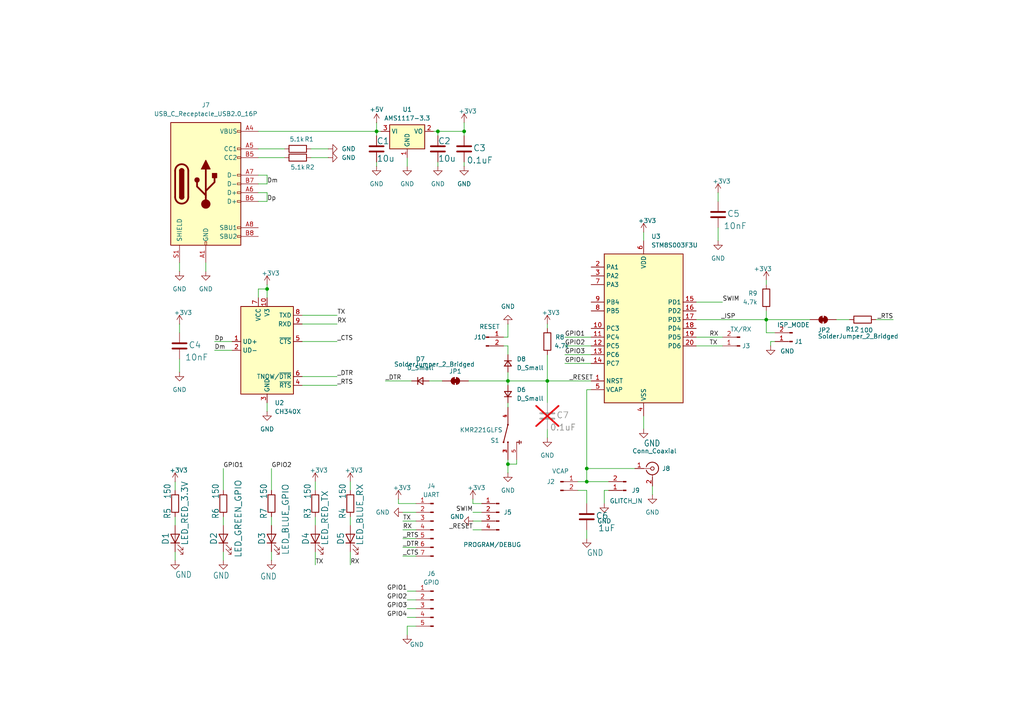
<source format=kicad_sch>
(kicad_sch (version 20231120) (generator "eeschema") (generator_version "8.0")
  (paper "A4")
  (title_block (title "STM8S Target Board v1") (date "2025-02-21") (rev "v1.0") (company "Faulty Hardware") (comment 1 "Matthias Kesenheimer"))
  (lib_symbols
    (symbol "Connector:Conn_01x02_Pin" (pin_names (offset 1.016) hide)
      (property "Reference" "J" (at 0 2.54 0))
      (property "Value" "Conn_01x02_Pin" (at 0 -5.08 0))
      (symbol "Conn_01x02_Pin_1_1"
        (polyline (pts (xy 1.27 -2.54) (xy 0.8636 -2.54)) (stroke (width 0.1524)))
        (polyline (pts (xy 1.27 0) (xy 0.8636 0)) (stroke (width 0.1524)))
        (rectangle (start 0.8636 -2.413) (end 0 -2.667) (stroke (width 0.1524)) (fill (type outline)))
        (rectangle (start 0.8636 0.127) (end 0 -0.127) (stroke (width 0.1524)) (fill (type outline)))
        (pin passive line (at 5.08 0 180) (length 3.81) (name "Pin_1") (number "1"))
        (pin passive line (at 5.08 -2.54 180) (length 3.81) (name "Pin_2") (number "2"))
      )
    )
    (symbol "Connector:Conn_01x04_Pin" (pin_names (offset 1.016) hide)
      (property "Reference" "J" (at 0 5.08 0))
      (property "Value" "Conn_01x04_Pin" (at 0 -7.62 0))
      (symbol "Conn_01x04_Pin_1_1"
        (polyline (pts (xy 1.27 -5.08) (xy 0.8636 -5.08)) (stroke (width 0.1524)))
        (polyline (pts (xy 1.27 -2.54) (xy 0.8636 -2.54)) (stroke (width 0.1524)))
        (polyline (pts (xy 1.27 0) (xy 0.8636 0)) (stroke (width 0.1524)))
        (polyline (pts (xy 1.27 2.54) (xy 0.8636 2.54)) (stroke (width 0.1524)))
        (rectangle (start 0.8636 -4.953) (end 0 -5.207) (stroke (width 0.1524)) (fill (type outline)))
        (rectangle (start 0.8636 -2.413) (end 0 -2.667) (stroke (width 0.1524)) (fill (type outline)))
        (rectangle (start 0.8636 0.127) (end 0 -0.127) (stroke (width 0.1524)) (fill (type outline)))
        (rectangle (start 0.8636 2.667) (end 0 2.413) (stroke (width 0.1524)) (fill (type outline)))
        (pin passive line (at 5.08 2.54 180) (length 3.81) (name "Pin_1") (number "1"))
        (pin passive line (at 5.08 0 180) (length 3.81) (name "Pin_2") (number "2"))
        (pin passive line (at 5.08 -2.54 180) (length 3.81) (name "Pin_3") (number "3"))
        (pin passive line (at 5.08 -5.08 180) (length 3.81) (name "Pin_4") (number "4"))
      )
    )
    (symbol "Connector:Conn_01x05_Pin" (pin_names (offset 1.016) hide)
      (property "Reference" "J" (at 0 7.62 0))
      (property "Value" "Conn_01x05_Pin" (at 0 -7.62 0))
      (symbol "Conn_01x05_Pin_1_1"
        (polyline (pts (xy 1.27 -5.08) (xy 0.8636 -5.08)) (stroke (width 0.1524)))
        (polyline (pts (xy 1.27 -2.54) (xy 0.8636 -2.54)) (stroke (width 0.1524)))
        (polyline (pts (xy 1.27 0) (xy 0.8636 0)) (stroke (width 0.1524)))
        (polyline (pts (xy 1.27 2.54) (xy 0.8636 2.54)) (stroke (width 0.1524)))
        (polyline (pts (xy 1.27 5.08) (xy 0.8636 5.08)) (stroke (width 0.1524)))
        (rectangle (start 0.8636 -4.953) (end 0 -5.207) (stroke (width 0.1524)) (fill (type outline)))
        (rectangle (start 0.8636 -2.413) (end 0 -2.667) (stroke (width 0.1524)) (fill (type outline)))
        (rectangle (start 0.8636 0.127) (end 0 -0.127) (stroke (width 0.1524)) (fill (type outline)))
        (rectangle (start 0.8636 2.667) (end 0 2.413) (stroke (width 0.1524)) (fill (type outline)))
        (rectangle (start 0.8636 5.207) (end 0 4.953) (stroke (width 0.1524)) (fill (type outline)))
        (pin passive line (at 5.08 5.08 180) (length 3.81) (name "Pin_1") (number "1"))
        (pin passive line (at 5.08 2.54 180) (length 3.81) (name "Pin_2") (number "2"))
        (pin passive line (at 5.08 0 180) (length 3.81) (name "Pin_3") (number "3"))
        (pin passive line (at 5.08 -2.54 180) (length 3.81) (name "Pin_4") (number "4"))
        (pin passive line (at 5.08 -5.08 180) (length 3.81) (name "Pin_5") (number "5"))
      )
    )
    (symbol "Connector:Conn_01x07_Pin" (pin_names (offset 1.016) hide)
      (property "Reference" "J" (at 0 10.16 0))
      (property "Value" "Conn_01x07_Pin" (at 0 -10.16 0))
      (symbol "Conn_01x07_Pin_1_1"
        (polyline (pts (xy 1.27 -7.62) (xy 0.8636 -7.62)) (stroke (width 0.1524)))
        (polyline (pts (xy 1.27 -5.08) (xy 0.8636 -5.08)) (stroke (width 0.1524)))
        (polyline (pts (xy 1.27 -2.54) (xy 0.8636 -2.54)) (stroke (width 0.1524)))
        (polyline (pts (xy 1.27 0) (xy 0.8636 0)) (stroke (width 0.1524)))
        (polyline (pts (xy 1.27 2.54) (xy 0.8636 2.54)) (stroke (width 0.1524)))
        (polyline (pts (xy 1.27 5.08) (xy 0.8636 5.08)) (stroke (width 0.1524)))
        (polyline (pts (xy 1.27 7.62) (xy 0.8636 7.62)) (stroke (width 0.1524)))
        (rectangle (start 0.8636 -7.493) (end 0 -7.747) (stroke (width 0.1524)) (fill (type outline)))
        (rectangle (start 0.8636 -4.953) (end 0 -5.207) (stroke (width 0.1524)) (fill (type outline)))
        (rectangle (start 0.8636 -2.413) (end 0 -2.667) (stroke (width 0.1524)) (fill (type outline)))
        (rectangle (start 0.8636 0.127) (end 0 -0.127) (stroke (width 0.1524)) (fill (type outline)))
        (rectangle (start 0.8636 2.667) (end 0 2.413) (stroke (width 0.1524)) (fill (type outline)))
        (rectangle (start 0.8636 5.207) (end 0 4.953) (stroke (width 0.1524)) (fill (type outline)))
        (rectangle (start 0.8636 7.747) (end 0 7.493) (stroke (width 0.1524)) (fill (type outline)))
        (pin passive line (at 5.08 7.62 180) (length 3.81) (name "Pin_1") (number "1"))
        (pin passive line (at 5.08 5.08 180) (length 3.81) (name "Pin_2") (number "2"))
        (pin passive line (at 5.08 2.54 180) (length 3.81) (name "Pin_3") (number "3"))
        (pin passive line (at 5.08 0 180) (length 3.81) (name "Pin_4") (number "4"))
        (pin passive line (at 5.08 -2.54 180) (length 3.81) (name "Pin_5") (number "5"))
        (pin passive line (at 5.08 -5.08 180) (length 3.81) (name "Pin_6") (number "6"))
        (pin passive line (at 5.08 -7.62 180) (length 3.81) (name "Pin_7") (number "7"))
      )
    )
    (symbol "Connector:Conn_Coaxial" (pin_names (offset 1.016) hide)
      (property "Reference" "J" (at 0.254 3.048 0))
      (property "Value" "Conn_Coaxial" (at 2.921 0 90))
      (symbol "Conn_Coaxial_0_1"
        (arc (start -1.778 -0.508) (mid 0.2311 -1.8066) (end 1.778 0) (stroke (width 0.254)))
        (polyline (pts (xy -2.54 0) (xy -0.508 0)))
        (polyline (pts (xy 0 -2.54) (xy 0 -1.778)))
        (circle (center 0 0) (radius 0.508) (stroke (width 0.2032)))
        (arc (start 1.778 0) (mid 0.2099 1.8101) (end -1.778 0.508) (stroke (width 0.254)))
      )
      (symbol "Conn_Coaxial_1_1"
        (pin passive line (at -5.08 0 0) (length 2.54) (name "In") (number "1"))
        (pin passive line (at 0 -5.08 90) (length 2.54) (name "Ext") (number "2"))
      )
    )
    (symbol "Connector:USB_C_Receptacle_USB2.0_16P" (pin_names (offset 1.016))
      (property "Reference" "J" (at 0 22.225 0))
      (property "Value" "USB_C_Receptacle_USB2.0_16P" (at 0 19.685 0))
      (symbol "USB_C_Receptacle_USB2.0_16P_0_0"
        (rectangle (start -0.254 -17.78) (end 0.254 -16.764))
        (rectangle (start 10.16 -14.986) (end 9.144 -15.494))
        (rectangle (start 10.16 -12.446) (end 9.144 -12.954))
        (rectangle (start 10.16 -4.826) (end 9.144 -5.334))
        (rectangle (start 10.16 -2.286) (end 9.144 -2.794))
        (rectangle (start 10.16 0.254) (end 9.144 -0.254))
        (rectangle (start 10.16 2.794) (end 9.144 2.286))
        (rectangle (start 10.16 7.874) (end 9.144 7.366))
        (rectangle (start 10.16 10.414) (end 9.144 9.906))
        (rectangle (start 10.16 15.494) (end 9.144 14.986))
      )
      (symbol "USB_C_Receptacle_USB2.0_16P_0_1"
        (rectangle (start -10.16 17.78) (end 10.16 -17.78) (stroke (width 0.254)) (fill (type background)))
        (arc (start -8.89 -3.81) (mid -6.985 -5.7067) (end -5.08 -3.81) (stroke (width 0.508)))
        (arc (start -7.62 -3.81) (mid -6.985 -4.4423) (end -6.35 -3.81) (stroke (width 0.254)))
        (arc (start -7.62 -3.81) (mid -6.985 -4.4423) (end -6.35 -3.81) (stroke (width 0.254)) (fill (type outline)))
        (rectangle (start -7.62 -3.81) (end -6.35 3.81) (stroke (width 0.254)) (fill (type outline)))
        (arc (start -6.35 3.81) (mid -6.985 4.4423) (end -7.62 3.81) (stroke (width 0.254)))
        (arc (start -6.35 3.81) (mid -6.985 4.4423) (end -7.62 3.81) (stroke (width 0.254)) (fill (type outline)))
        (arc (start -5.08 3.81) (mid -6.985 5.7067) (end -8.89 3.81) (stroke (width 0.508)))
        (circle (center -2.54 1.143) (radius 0.635) (stroke (width 0.254)) (fill (type outline)))
        (circle (center 0 -5.842) (radius 1.27) (fill (type outline)))
        (polyline (pts (xy -8.89 -3.81) (xy -8.89 3.81)) (stroke (width 0.508)))
        (polyline (pts (xy -5.08 3.81) (xy -5.08 -3.81)) (stroke (width 0.508)))
        (polyline (pts (xy 0 -5.842) (xy 0 4.318)) (stroke (width 0.508)))
        (polyline (pts (xy 0 -3.302) (xy -2.54 -0.762) (xy -2.54 0.508)) (stroke (width 0.508)))
        (polyline (pts (xy 0 -2.032) (xy 2.54 0.508) (xy 2.54 1.778)) (stroke (width 0.508)))
        (polyline (pts (xy -1.27 4.318) (xy 0 6.858) (xy 1.27 4.318) (xy -1.27 4.318)) (stroke (width 0.254)) (fill (type outline)))
        (rectangle (start 1.905 1.778) (end 3.175 3.048) (stroke (width 0.254)) (fill (type outline)))
      )
      (symbol "USB_C_Receptacle_USB2.0_16P_1_1"
        (pin passive line (at 0 -22.86 90) (length 5.08) (name "GND") (number "A1"))
        (pin passive line (at 0 -22.86 90) (length 5.08) hide (name "GND") (number "A12"))
        (pin passive line (at 15.24 15.24 180) (length 5.08) (name "VBUS") (number "A4"))
        (pin bidirectional line (at 15.24 10.16 180) (length 5.08) (name "CC1") (number "A5"))
        (pin bidirectional line (at 15.24 -2.54 180) (length 5.08) (name "D+") (number "A6"))
        (pin bidirectional line (at 15.24 2.54 180) (length 5.08) (name "D-") (number "A7"))
        (pin bidirectional line (at 15.24 -12.7 180) (length 5.08) (name "SBU1") (number "A8"))
        (pin passive line (at 15.24 15.24 180) (length 5.08) hide (name "VBUS") (number "A9"))
        (pin passive line (at 0 -22.86 90) (length 5.08) hide (name "GND") (number "B1"))
        (pin passive line (at 0 -22.86 90) (length 5.08) hide (name "GND") (number "B12"))
        (pin passive line (at 15.24 15.24 180) (length 5.08) hide (name "VBUS") (number "B4"))
        (pin bidirectional line (at 15.24 7.62 180) (length 5.08) (name "CC2") (number "B5"))
        (pin bidirectional line (at 15.24 -5.08 180) (length 5.08) (name "D+") (number "B6"))
        (pin bidirectional line (at 15.24 0 180) (length 5.08) (name "D-") (number "B7"))
        (pin bidirectional line (at 15.24 -15.24 180) (length 5.08) (name "SBU2") (number "B8"))
        (pin passive line (at 15.24 15.24 180) (length 5.08) hide (name "VBUS") (number "B9"))
        (pin passive line (at -7.62 -22.86 90) (length 5.08) (name "SHIELD") (number "S1"))
      )
    )
    (symbol "Device:C" (pin_numbers hide) (pin_names (offset 0.254))
      (property "Reference" "C" (at 0.635 2.54 0))
      (property "Value" "C" (at 0.635 -2.54 0))
      (symbol "C_0_1"
        (polyline (pts (xy -2.032 -0.762) (xy 2.032 -0.762)) (stroke (width 0.508)))
        (polyline (pts (xy -2.032 0.762) (xy 2.032 0.762)) (stroke (width 0.508)))
      )
      (symbol "C_1_1"
        (pin passive line (at 0 3.81 270) (length 2.794) (name "~") (number "1"))
        (pin passive line (at 0 -3.81 90) (length 2.794) (name "~") (number "2"))
      )
    )
    (symbol "Device:D_Small" (pin_numbers hide) (pin_names (offset 0.254) hide)
      (property "Reference" "D" (at -1.27 2.032 0))
      (property "Value" "D_Small" (at -3.81 -2.032 0))
      (symbol "D_Small_0_1"
        (polyline (pts (xy -0.762 -1.016) (xy -0.762 1.016)) (stroke (width 0.254)))
        (polyline (pts (xy -0.762 0) (xy 0.762 0)))
        (polyline (pts (xy 0.762 -1.016) (xy -0.762 0) (xy 0.762 1.016) (xy 0.762 -1.016)) (stroke (width 0.254)))
      )
      (symbol "D_Small_1_1"
        (pin passive line (at -2.54 0 0) (length 1.778) (name "K") (number "1"))
        (pin passive line (at 2.54 0 180) (length 1.778) (name "A") (number "2"))
      )
    )
    (symbol "Device:LED" (pin_numbers hide) (pin_names (offset 1.016) hide)
      (property "Reference" "D" (at 0 2.54 0))
      (property "Value" "LED" (at 0 -2.54 0))
      (symbol "LED_0_1"
        (polyline (pts (xy -1.27 -1.27) (xy -1.27 1.27)) (stroke (width 0.254)))
        (polyline (pts (xy -1.27 0) (xy 1.27 0)))
        (polyline (pts (xy 1.27 -1.27) (xy 1.27 1.27) (xy -1.27 0) (xy 1.27 -1.27)) (stroke (width 0.254)))
        (polyline (pts (xy -3.048 -0.762) (xy -4.572 -2.286) (xy -3.81 -2.286) (xy -4.572 -2.286) (xy -4.572 -1.524)))
        (polyline (pts (xy -1.778 -0.762) (xy -3.302 -2.286) (xy -2.54 -2.286) (xy -3.302 -2.286) (xy -3.302 -1.524)))
      )
      (symbol "LED_1_1"
        (pin passive line (at -3.81 0 0) (length 2.54) (name "K") (number "1"))
        (pin passive line (at 3.81 0 180) (length 2.54) (name "A") (number "2"))
      )
    )
    (symbol "Device:R" (pin_numbers hide) (pin_names (offset 0))
      (property "Reference" "R" (at 2.032 0 90))
      (property "Value" "R" (at 0 0 90))
      (symbol "R_0_1"
        (rectangle (start -1.016 -2.54) (end 1.016 2.54) (stroke (width 0.254)))
      )
      (symbol "R_1_1"
        (pin passive line (at 0 3.81 270) (length 1.27) (name "~") (number "1"))
        (pin passive line (at 0 -3.81 90) (length 1.27) (name "~") (number "2"))
      )
    )
    (symbol "Interface_USB:CH340X"
      (property "Reference" "U" (at -5.08 13.97 0))
      (property "Value" "CH340X" (at 1.27 13.97 0))
      (symbol "CH340X_0_1"
        (rectangle (start -7.62 12.7) (end 7.62 -12.7) (stroke (width 0.254)) (fill (type background)))
      )
      (symbol "CH340X_1_1"
        (pin bidirectional line (at -10.16 2.54 0) (length 2.54) (name "UD+") (number "1"))
        (pin power_out line (at 0 15.24 270) (length 2.54) (name "V3") (number "10"))
        (pin bidirectional line (at -10.16 0 0) (length 2.54) (name "UD-") (number "2"))
        (pin power_in line (at 0 -15.24 90) (length 2.54) (name "GND") (number "3"))
        (pin output line (at 10.16 -10.16 180) (length 2.54) (name "~{RTS}") (number "4"))
        (pin input line (at 10.16 2.54 180) (length 2.54) (name "~{CTS}") (number "5"))
        (pin output line (at 10.16 -7.62 180) (length 2.54) (name "TNOW/~{DTR}") (number "6"))
        (pin power_in line (at -2.54 15.24 270) (length 2.54) (name "VCC") (number "7"))
        (pin output line (at 10.16 10.16 180) (length 2.54) (name "TXD") (number "8"))
        (pin input line (at 10.16 7.62 180) (length 2.54) (name "RXD") (number "9"))
      )
    )
    (symbol "Jumper:SolderJumper_2_Bridged" (pin_numbers hide) (pin_names (offset 0) hide) (exclude_from_sim yes) (in_bom no)
      (property "Reference" "JP" (at 0 2.032 0))
      (property "Value" "SolderJumper_2_Bridged" (at 0 -2.54 0))
      (symbol "SolderJumper_2_Bridged_0_1"
        (rectangle (start -0.508 0.508) (end 0.508 -0.508) (fill (type outline)))
        (arc (start -0.254 1.016) (mid -1.2656 0) (end -0.254 -1.016))
        (arc (start -0.254 1.016) (mid -1.2656 0) (end -0.254 -1.016) (fill (type outline)))
        (polyline (pts (xy -0.254 1.016) (xy -0.254 -1.016)))
        (polyline (pts (xy 0.254 1.016) (xy 0.254 -1.016)))
        (arc (start 0.254 -1.016) (mid 1.2656 0) (end 0.254 1.016))
        (arc (start 0.254 -1.016) (mid 1.2656 0) (end 0.254 1.016) (fill (type outline)))
      )
      (symbol "SolderJumper_2_Bridged_1_1"
        (pin passive line (at -3.81 0 0) (length 2.54) (name "A") (number "1"))
        (pin passive line (at 3.81 0 180) (length 2.54) (name "B") (number "2"))
      )
    )
    (symbol "KMR221GLFS:KMR221GLFS" (pin_names (offset 1.016))
      (property "Reference" "S" (at -2.5401 2.2861 0))
      (property "Value" "KMR221GLFS" (at -2.7973 -6.3576 0))
      (symbol "KMR221GLFS_0_0"
        (circle (center -2.54 0) (radius 0.127) (stroke (width 0.254)))
        (polyline (pts (xy -2.54 0) (xy 2.54 1.27)) (stroke (width 0.254)))
        (polyline (pts (xy 2.286 -3.81) (xy 2.794 -3.81)) (stroke (width 0.254)))
        (polyline (pts (xy 2.54 -3.302) (xy 2.032 -3.302)) (stroke (width 0.254)))
        (polyline (pts (xy 2.54 -3.302) (xy 3.048 -3.302)) (stroke (width 0.254)))
        (polyline (pts (xy 2.54 -2.54) (xy 2.54 -3.302)) (stroke (width 0.254)))
        (circle (center 2.54 0) (radius 0.127) (stroke (width 0.254)))
        (circle (center 2.54 1.27) (radius 0.127) (stroke (width 0.254)))
        (pin passive line (at -7.62 0 0) (length 5.08) (name "~") (number "1"))
        (pin passive line (at 7.62 0 180) (length 5.08) (name "~") (number "2"))
        (pin passive line (at 7.62 0 180) (length 5.08) (name "~") (number "3"))
        (pin passive line (at -7.62 0 0) (length 5.08) (name "~") (number "4"))
        (pin passive line (at 7.62 -2.54 180) (length 5.08) (name "~") (number "5"))
      )
    )
    (symbol "MCU_ST_STM8:STM8S003F3U"
      (property "Reference" "U" (at 1.27 25.4 0))
      (property "Value" "STM8S003F3U" (at 1.27 22.86 0))
      (symbol "STM8S003F3U_0_1"
        (rectangle (start -11.43 21.59) (end 11.43 -21.59) (stroke (width 0.254)) (fill (type background)))
      )
      (symbol "STM8S003F3U_1_1"
        (pin input line (at -15.24 -15.24 0) (length 3.81) (name "NRST") (number "1"))
        (pin bidirectional line (at -15.24 0 0) (length 3.81) (name "PC3") (number "10"))
        (pin bidirectional line (at -15.24 -2.54 0) (length 3.81) (name "PC4") (number "11"))
        (pin bidirectional line (at -15.24 -5.08 0) (length 3.81) (name "PC5") (number "12"))
        (pin bidirectional line (at -15.24 -7.62 0) (length 3.81) (name "PC6") (number "13"))
        (pin bidirectional line (at -15.24 -10.16 0) (length 3.81) (name "PC7") (number "14"))
        (pin bidirectional line (at 15.24 7.62 180) (length 3.81) (name "PD1") (number "15"))
        (pin bidirectional line (at 15.24 5.08 180) (length 3.81) (name "PD2") (number "16"))
        (pin bidirectional line (at 15.24 2.54 180) (length 3.81) (name "PD3") (number "17"))
        (pin bidirectional line (at 15.24 0 180) (length 3.81) (name "PD4") (number "18"))
        (pin bidirectional line (at 15.24 -2.54 180) (length 3.81) (name "PD5") (number "19"))
        (pin bidirectional line (at -15.24 17.78 0) (length 3.81) (name "PA1") (number "2"))
        (pin bidirectional line (at 15.24 -5.08 180) (length 3.81) (name "PD6") (number "20"))
        (pin bidirectional line (at -15.24 15.24 0) (length 3.81) (name "PA2") (number "3"))
        (pin power_in line (at 0 -25.4 90) (length 3.81) (name "VSS") (number "4"))
        (pin passive line (at -15.24 -17.78 0) (length 3.81) (name "VCAP") (number "5"))
        (pin power_in line (at 0 25.4 270) (length 3.81) (name "VDD") (number "6"))
        (pin bidirectional line (at -15.24 12.7 0) (length 3.81) (name "PA3") (number "7"))
        (pin bidirectional line (at -15.24 5.08 0) (length 3.81) (name "PB5") (number "8"))
        (pin bidirectional line (at -15.24 7.62 0) (length 3.81) (name "PB4") (number "9"))
      )
    )
    (symbol "Regulator_Linear:AMS1117-3.3"
      (property "Reference" "U" (at -3.81 3.175 0))
      (property "Value" "AMS1117-3.3" (at 0 3.175 0))
      (symbol "AMS1117-3.3_0_1"
        (rectangle (start -5.08 -5.08) (end 5.08 1.905) (stroke (width 0.254)) (fill (type background)))
      )
      (symbol "AMS1117-3.3_1_1"
        (pin power_in line (at 0 -7.62 90) (length 2.54) (name "GND") (number "1"))
        (pin power_out line (at 7.62 0 180) (length 2.54) (name "VO") (number "2"))
        (pin power_in line (at -7.62 0 0) (length 2.54) (name "VI") (number "3"))
      )
    )
    (symbol "power:+3V3" (power) (pin_numbers hide) (pin_names (offset 0) hide)
      (property "Value" "+3V3" (at 0 3.556 0))
      (symbol "+3V3_0_1"
        (polyline (pts (xy -0.762 1.27) (xy 0 2.54)))
        (polyline (pts (xy 0 0) (xy 0 2.54)))
        (polyline (pts (xy 0 2.54) (xy 0.762 1.27)))
      )
      (symbol "+3V3_1_1"
        (pin power_in line (at 0 0 90) (length 0) (name "~") (number "1"))
      )
    )
    (symbol "power:+5V" (power) (pin_numbers hide) (pin_names (offset 0) hide)
      (property "Value" "+5V" (at 0 3.556 0))
      (symbol "+5V_0_1"
        (polyline (pts (xy -0.762 1.27) (xy 0 2.54)))
        (polyline (pts (xy 0 0) (xy 0 2.54)))
        (polyline (pts (xy 0 2.54) (xy 0.762 1.27)))
      )
      (symbol "+5V_1_1"
        (pin power_in line (at 0 0 90) (length 0) (name "~") (number "1"))
      )
    )
    (symbol "power:GND" (power) (pin_numbers hide) (pin_names (offset 0) hide)
      (property "Value" "GND" (at 0 -3.81 0))
      (symbol "GND_0_1"
        (polyline (pts (xy 0 0) (xy 0 -1.27) (xy 1.27 -1.27) (xy 0 -2.54) (xy -1.27 -1.27) (xy 0 -1.27)))
      )
      (symbol "GND_1_1"
        (pin power_in line (at 0 0 270) (length 0) (name "~") (number "1"))
      )
    )
  )
  (junction (at 147.32 134.62))
  (junction (at 222.25 92.71))
  (junction (at 147.32 110.49))
  (junction (at 158.75 110.49))
  (junction (at 170.18 139.7))
  (junction (at 170.18 135.89))
  (junction (at 127 38.1))
  (junction (at 77.47 83.82))
  (junction (at 134.62 38.1))
  (junction (at 109.22 38.1))
  (wire (pts (xy 147.32 100.33) (xy 147.32 102.87)))
  (wire (pts (xy 120.65 181.61) (xy 118.11 181.61)))
  (wire (pts (xy 67.31 101.6) (xy 62.23 101.6)))
  (wire (pts (xy 146.05 100.33) (xy 147.32 100.33)))
  (wire (pts (xy 77.47 116.84) (xy 77.47 119.38)))
  (wire (pts (xy 186.69 120.65) (xy 186.69 124.46)))
  (wire (pts (xy 147.32 134.62) (xy 149.86 134.62)))
  (wire (pts (xy 163.83 97.79) (xy 171.45 97.79)))
  (wire (pts (xy 147.32 110.49) (xy 158.75 110.49)))
  (wire (pts (xy 116.84 158.75) (xy 120.65 158.75)))
  (wire (pts (xy 158.75 102.87) (xy 158.75 110.49)))
  (wire (pts (xy 127 38.1) (xy 127 39.37)))
  (wire (pts (xy 127 46.99) (xy 127 48.26)))
  (wire (pts (xy 78.74 149.86) (xy 78.74 152.4)))
  (wire (pts (xy 208.28 55.88) (xy 208.28 58.42)))
  (wire (pts (xy 147.32 118.11) (xy 147.32 116.84)))
  (wire (pts (xy 109.22 38.1) (xy 110.49 38.1)))
  (wire (pts (xy 87.63 111.76) (xy 97.79 111.76)))
  (wire (pts (xy 147.32 137.16) (xy 147.32 134.62)))
  (wire (pts (xy 167.64 142.24) (xy 170.18 142.24)))
  (wire (pts (xy 134.62 39.37) (xy 134.62 38.1)))
  (wire (pts (xy 170.18 142.24) (xy 170.18 146.05)))
  (wire (pts (xy 109.22 38.1) (xy 109.22 39.37)))
  (wire (pts (xy 87.63 109.22) (xy 97.79 109.22)))
  (wire (pts (xy 170.18 113.03) (xy 170.18 135.89)))
  (wire (pts (xy 101.6 139.7) (xy 101.6 142.24)))
  (wire (pts (xy 201.93 97.79) (xy 209.55 97.79)))
  (wire (pts (xy 223.52 99.06) (xy 223.52 100.33)))
  (wire (pts (xy 120.65 173.99) (xy 118.11 173.99)))
  (wire (pts (xy 120.65 179.07) (xy 118.11 179.07)))
  (wire (pts (xy 67.31 99.06) (xy 62.23 99.06)))
  (wire (pts (xy 77.47 82.55) (xy 77.47 83.82)))
  (wire (pts (xy 127 38.1) (xy 134.62 38.1)))
  (wire (pts (xy 224.79 99.06) (xy 223.52 99.06)))
  (wire (pts (xy 158.75 110.49) (xy 158.75 116.84)))
  (wire (pts (xy 176.53 139.7) (xy 170.18 139.7)))
  (wire (pts (xy 74.93 38.1) (xy 109.22 38.1)))
  (wire (pts (xy 176.53 142.24) (xy 175.26 142.24)))
  (wire (pts (xy 170.18 113.03) (xy 171.45 113.03)))
  (wire (pts (xy 116.84 151.13) (xy 120.65 151.13)))
  (wire (pts (xy 74.93 86.36) (xy 74.93 83.82)))
  (wire (pts (xy 91.44 149.86) (xy 91.44 152.4)))
  (wire (pts (xy 139.7 146.05) (xy 137.16 146.05)))
  (wire (pts (xy 137.16 146.05) (xy 137.16 144.78)))
  (wire (pts (xy 115.57 146.05) (xy 120.65 146.05)))
  (wire (pts (xy 118.11 45.72) (xy 118.11 48.26)))
  (wire (pts (xy 189.23 140.97) (xy 189.23 143.51)))
  (wire (pts (xy 163.83 105.41) (xy 171.45 105.41)))
  (wire (pts (xy 124.46 110.49) (xy 128.27 110.49)))
  (wire (pts (xy 74.93 43.18) (xy 82.55 43.18)))
  (wire (pts (xy 259.08 92.71) (xy 254 92.71)))
  (wire (pts (xy 222.25 81.28) (xy 222.25 82.55)))
  (wire (pts (xy 149.86 133.35) (xy 149.86 134.62)))
  (wire (pts (xy 74.93 50.8) (xy 77.47 50.8)))
  (wire (pts (xy 175.26 142.24) (xy 175.26 146.05)))
  (wire (pts (xy 135.89 110.49) (xy 147.32 110.49)))
  (wire (pts (xy 146.05 97.79) (xy 147.32 97.79)))
  (wire (pts (xy 120.65 171.45) (xy 118.11 171.45)))
  (wire (pts (xy 52.07 93.98) (xy 52.07 96.52)))
  (wire (pts (xy 201.93 87.63) (xy 209.55 87.63)))
  (wire (pts (xy 116.84 153.67) (xy 120.65 153.67)))
  (wire (pts (xy 170.18 135.89) (xy 170.18 139.7)))
  (wire (pts (xy 147.32 110.49) (xy 147.32 111.76)))
  (wire (pts (xy 222.25 96.52) (xy 222.25 92.71)))
  (wire (pts (xy 74.93 58.42) (xy 77.47 58.42)))
  (wire (pts (xy 116.84 148.59) (xy 120.65 148.59)))
  (wire (pts (xy 234.95 92.71) (xy 222.25 92.71)))
  (wire (pts (xy 163.83 100.33) (xy 171.45 100.33)))
  (wire (pts (xy 201.93 100.33) (xy 209.55 100.33)))
  (wire (pts (xy 147.32 93.98) (xy 147.32 97.79)))
  (wire (pts (xy 158.75 93.98) (xy 158.75 95.25)))
  (wire (pts (xy 52.07 76.2) (xy 52.07 78.74)))
  (wire (pts (xy 170.18 135.89) (xy 184.15 135.89)))
  (wire (pts (xy 87.63 91.44) (xy 97.79 91.44)))
  (wire (pts (xy 90.17 43.18) (xy 95.25 43.18)))
  (wire (pts (xy 109.22 35.56) (xy 109.22 38.1)))
  (wire (pts (xy 59.69 76.2) (xy 59.69 78.74)))
  (wire (pts (xy 186.69 67.31) (xy 186.69 69.85)))
  (wire (pts (xy 158.75 110.49) (xy 171.45 110.49)))
  (wire (pts (xy 116.84 156.21) (xy 120.65 156.21)))
  (wire (pts (xy 158.75 124.46) (xy 158.75 127)))
  (wire (pts (xy 116.84 161.29) (xy 120.65 161.29)))
  (wire (pts (xy 87.63 93.98) (xy 97.79 93.98)))
  (wire (pts (xy 52.07 104.14) (xy 52.07 107.95)))
  (wire (pts (xy 137.16 151.13) (xy 139.7 151.13)))
  (wire (pts (xy 222.25 92.71) (xy 222.25 90.17)))
  (wire (pts (xy 201.93 92.71) (xy 222.25 92.71)))
  (wire (pts (xy 163.83 102.87) (xy 171.45 102.87)))
  (wire (pts (xy 170.18 153.67) (xy 170.18 156.21)))
  (wire (pts (xy 64.77 149.86) (xy 64.77 152.4)))
  (wire (pts (xy 91.44 139.7) (xy 91.44 142.24)))
  (wire (pts (xy 134.62 35.56) (xy 134.62 38.1)))
  (wire (pts (xy 125.73 38.1) (xy 127 38.1)))
  (wire (pts (xy 77.47 50.8) (xy 77.47 53.34)))
  (wire (pts (xy 115.57 144.78) (xy 115.57 146.05)))
  (wire (pts (xy 170.18 139.7) (xy 167.64 139.7)))
  (wire (pts (xy 74.93 53.34) (xy 77.47 53.34)))
  (wire (pts (xy 118.11 181.61) (xy 118.11 184.15)))
  (wire (pts (xy 77.47 83.82) (xy 77.47 86.36)))
  (wire (pts (xy 120.65 176.53) (xy 118.11 176.53)))
  (wire (pts (xy 64.77 135.89) (xy 64.77 142.24)))
  (wire (pts (xy 111.76 110.49) (xy 119.38 110.49)))
  (wire (pts (xy 147.32 134.62) (xy 147.32 133.35)))
  (wire (pts (xy 208.28 66.04) (xy 208.28 69.85)))
  (wire (pts (xy 101.6 160.02) (xy 101.6 163.83)))
  (wire (pts (xy 147.32 107.95) (xy 147.32 110.49)))
  (wire (pts (xy 78.74 135.89) (xy 78.74 142.24)))
  (wire (pts (xy 91.44 160.02) (xy 91.44 163.83)))
  (wire (pts (xy 224.79 96.52) (xy 222.25 96.52)))
  (wire (pts (xy 64.77 160.02) (xy 64.77 162.56)))
  (wire (pts (xy 246.38 92.71) (xy 242.57 92.71)))
  (wire (pts (xy 134.62 46.99) (xy 134.62 48.26)))
  (wire (pts (xy 109.22 46.99) (xy 109.22 48.26)))
  (wire (pts (xy 137.16 148.59) (xy 139.7 148.59)))
  (wire (pts (xy 101.6 149.86) (xy 101.6 152.4)))
  (wire (pts (xy 77.47 55.88) (xy 77.47 58.42)))
  (wire (pts (xy 50.8 139.7) (xy 50.8 142.24)))
  (wire (pts (xy 90.17 45.72) (xy 95.25 45.72)))
  (wire (pts (xy 74.93 83.82) (xy 77.47 83.82)))
  (wire (pts (xy 87.63 99.06) (xy 97.79 99.06)))
  (wire (pts (xy 50.8 162.56) (xy 50.8 160.02)) (stroke (width 0.1524)))
  (wire (pts (xy 74.93 55.88) (xy 77.47 55.88)))
  (wire (pts (xy 74.93 45.72) (xy 82.55 45.72)))
  (wire (pts (xy 78.74 160.02) (xy 78.74 162.56)))
  (wire (pts (xy 137.16 153.67) (xy 139.7 153.67)))
  (wire (pts (xy 50.8 152.4) (xy 50.8 149.86)) (stroke (width 0.1524)))
  (label "_CTS" (at 116.84 161.29 0))
  (label "_RESET" (at 137.16 153.67 180))
  (label "GPIO2" (at 163.83 100.33 0))
  (label "GPIO3" (at 118.11 176.53 180))
  (label "Dp" (at 62.23 99.06 0))
  (label "_RTS" (at 259.08 92.71 180))
  (label "TX" (at 91.44 163.83 0))
  (label "RX" (at 205.74 97.79 0))
  (label "RX" (at 116.84 153.67 0))
  (label "RX" (at 101.6 163.83 0))
  (label "_RTS" (at 116.84 156.21 0))
  (label "GPIO4" (at 163.83 105.41 0))
  (label "RX" (at 97.79 93.98 0))
  (label "GPIO2" (at 78.74 135.89 0))
  (label "_DTR" (at 116.84 158.75 0))
  (label "Dp" (at 77.47 58.42 0))
  (label "Dm" (at 77.47 53.34 0))
  (label "_RTS" (at 97.79 111.76 0))
  (label "TX" (at 205.74 100.33 0))
  (label "GPIO1" (at 64.77 135.89 0))
  (label "GPIO2" (at 118.11 173.99 180))
  (label "_DTR" (at 111.76 110.49 0))
  (label "_CTS" (at 97.79 99.06 0))
  (label "_RESET" (at 165.1 110.49 0))
  (label "_ISP" (at 213.36 92.71 180))
  (label "TX" (at 116.84 151.13 0))
  (label "SWIM" (at 209.55 87.63 0))
  (label "GPIO1" (at 118.11 171.45 180))
  (label "Dm" (at 62.23 101.6 0))
  (label "_DTR" (at 97.79 109.22 0))
  (label "GPIO3" (at 163.83 102.87 0))
  (label "SWIM" (at 137.16 148.59 180))
  (label "GPIO1" (at 163.83 97.79 0))
  (label "TX" (at 97.79 91.44 0))
  (label "GPIO4" (at 118.11 179.07 180))
  (symbol (lib_id "power:GND") (at 118.11 48.26 0) (unit 1)
    (property "Reference" "#PWR014" (effects (hide yes)))
    (property "Value" "GND" (at 118.11 53.34 0))
    (property "Description" "Power symbol creates a global label with name \"GND\" , ground" (effects (hide yes)))
  )
  (symbol (lib_id "power:+3V3") (at 115.57 144.78 0) (unit 1)
    (property "Reference" "#PWR024" (effects (hide yes)))
    (property "Value" "+3V3" (at 116.586 141.478 0))
    (property "Description" "Power symbol creates a global label with name \"+3V3\"" (effects (hide yes)))
  )
  (symbol (lib_id "power:GND") (at 77.47 119.38 0) (unit 1)
    (property "Reference" "#PWR01" (effects (hide yes)))
    (property "Value" "GND" (at 77.47 124.46 0))
    (property "Description" "Power symbol creates a global label with name \"GND\" , ground" (effects (hide yes)))
  )
  (symbol (lib_id "Connector:Conn_01x02_Pin") (at 162.56 139.7 0) (unit 1)
    (property "Reference" "J2" (at 159.766 139.7 0))
    (property "Value" "VCAP" (at 162.56 136.652 0))
    (property "Footprint" "Connector_PinHeader_2.54mm:PinHeader_1x02_P2.54mm_Vertical" (effects (hide yes)))
    (property "Description" "Generic connector, single row, 01x02, script generated" (effects (hide yes)))
  )
  (symbol (lib_id "Device:R") (at 78.74 146.05 0) (unit 1)
    (property "Reference" "R7" (at 77.47 147.32 90) (effects (font (size 1.778 1.5113)) (justify right bottom)))
    (property "Value" "150" (at 77.47 144.78 90) (effects (font (size 1.778 1.5113)) (justify left bottom)))
    (property "Footprint" "Resistor_SMD:R_0603_1608Metric" (effects (hide yes)))
    (property "Description" "Resistor" (effects (hide yes)))
  )
  (symbol (lib_id "Device:LED") (at 91.44 156.21 90) (unit 1)
    (property "Reference" "D4" (at 89.662 156.21 0) (effects (font (size 1.778 1.778)) (justify bottom)))
    (property "Value" "LED_RED_TX" (at 95.25 158.242 0) (effects (font (size 1.778 1.778)) (justify left bottom)))
    (property "Footprint" "LED_SMD:LED_0603_1608Metric" (effects (hide yes)))
    (property "Description" "Light emitting diode" (effects (hide yes)))
  )
  (symbol (lib_id "power:GND") (at 223.52 100.33 0) (mirror y) (unit 1)
    (property "Reference" "#PWR022" (effects (hide yes)))
    (property "Value" "GND" (at 228.346 101.854 0))
    (property "Description" "Power symbol creates a global label with name \"GND\" , ground" (effects (hide yes)))
  )
  (symbol (lib_id "power:GND") (at 50.8 162.56 0) (unit 1)
    (property "Reference" "#GND01" (effects (hide yes)))
    (property "Value" "GND" (at 50.8 167.64 0) (effects (font (size 1.778 1.5113)) (justify left bottom)))
    (property "Description" "Power symbol creates a global label with name \"GND\" , ground" (effects (hide yes)))
  )
  (symbol (lib_id "power:GND") (at 116.84 148.59 270) (unit 1)
    (property "Reference" "#PWR025" (effects (hide yes)))
    (property "Value" "GND" (at 113.03 148.5899 90) (effects (justify right)))
    (property "Description" "Power symbol creates a global label with name \"GND\" , ground" (effects (hide yes)))
  )
  (symbol (lib_id "Device:R") (at 86.36 45.72 90) (unit 1)
    (property "Reference" "R2" (at 89.916 48.514 90))
    (property "Value" "5.1k" (at 86.36 48.514 90))
    (property "Footprint" "Resistor_SMD:R_0603_1608Metric" (effects (hide yes)))
    (property "Description" "Resistor" (effects (hide yes)))
  )
  (symbol (lib_id "power:GND") (at 134.62 48.26 0) (unit 1)
    (property "Reference" "#PWR016" (effects (hide yes)))
    (property "Value" "GND" (at 134.62 53.34 0))
    (property "Description" "Power symbol creates a global label with name \"GND\" , ground" (effects (hide yes)))
  )
  (symbol (lib_id "Regulator_Linear:AMS1117-3.3") (at 118.11 38.1 0) (unit 1)
    (property "Reference" "U1" (at 118.11 31.75 0))
    (property "Value" "AMS1117-3.3" (at 118.11 34.29 0))
    (property "Footprint" "Package_TO_SOT_SMD:SOT-223-3_TabPin2" (effects (hide yes)))
    (property "Datasheet" "http://www.advanced-monolithic.com/pdf/ds1117.pdf" (effects (hide yes)))
    (property "Description" "1A Low Dropout regulator, positive, 3.3V fixed output, SOT-223" (effects (hide yes)))
  )
  (symbol (lib_id "Device:R") (at 222.25 86.36 0) (mirror y) (unit 1)
    (property "Reference" "R9" (at 219.71 85.0899 0) (effects (justify left)))
    (property "Value" "4.7k" (at 219.71 87.6299 0) (effects (justify left)))
    (property "Footprint" "Resistor_SMD:R_0603_1608Metric" (effects (hide yes)))
    (property "Description" "Resistor" (effects (hide yes)))
  )
  (symbol (lib_id "power:+3V3") (at 101.6 139.7 0) (unit 1)
    (property "Reference" "#PWR06" (effects (hide yes)))
    (property "Value" "+3V3" (at 102.616 136.398 0))
    (property "Description" "Power symbol creates a global label with name \"+3V3\"" (effects (hide yes)))
  )
  (symbol (lib_id "Device:C") (at 127 43.18 0) (unit 1)
    (property "Reference" "C2" (at 127 41.91 0) (effects (font (size 1.778 1.778)) (justify left bottom)))
    (property "Value" "10u" (at 127 46.99 0) (effects (font (size 1.778 1.778)) (justify left bottom)))
    (property "Footprint" "Capacitor_SMD:C_0805_2012Metric" (effects (hide yes)))
    (property "Description" "Unpolarized capacitor" (effects (hide yes)))
  )
  (symbol (lib_id "Device:LED") (at 101.6 156.21 90) (unit 1)
    (property "Reference" "D5" (at 99.822 156.21 0) (effects (font (size 1.778 1.778)) (justify bottom)))
    (property "Value" "LED_BLUE_RX" (at 105.41 158.242 0) (effects (font (size 1.778 1.778)) (justify left bottom)))
    (property "Footprint" "LED_SMD:LED_0603_1608Metric" (effects (hide yes)))
    (property "Description" "Light emitting diode" (effects (hide yes)))
  )
  (symbol (lib_id "Interface_USB:CH340X") (at 77.47 101.6 0) (unit 1)
    (property "Reference" "U2" (at 79.6641 116.84 0) (effects (justify left)))
    (property "Value" "CH340X" (at 79.6641 119.38 0) (effects (justify left)))
    (property "Footprint" "Package_SO:MSOP-10_3x3mm_P0.5mm" (effects (hide yes)))
    (property "Datasheet" "https://cdn.sparkfun.com/assets/5/0/a/8/5/CH340DS1.PDF" (effects (hide yes)))
    (property "Description" "USB serial converter, 5V-tolerant IO, UART, MSOP-10" (effects (hide yes)))
  )
  (symbol (lib_id "MCU_ST_STM8:STM8S003F3U") (at 186.69 95.25 0) (unit 1)
    (property "Reference" "U3" (at 188.8841 68.58 0) (effects (justify left)))
    (property "Value" "STM8S003F3U" (at 188.8841 71.12 0) (effects (justify left)))
    (property "Footprint" "Package_DFN_QFN:ST_UFQFPN-20_3x3mm_P0.5mm" (effects (hide yes)))
    (property "Datasheet" "http://www.st.com/st-web-ui/static/active/en/resource/technical/document/datasheet/DM00024550.pdf" (effects (hide yes)))
    (property "Description" "16MHz, 8K Flash, 1K RAM, 128 EEPROM, USART, I²C, SPI, UFQFPN-20" (effects (hide yes)))
  )
  (symbol (lib_id "Connector:Conn_01x02_Pin") (at 214.63 100.33 180) (unit 1)
    (property "Reference" "J3" (at 216.408 100.33 0))
    (property "Value" "TX/RX" (at 214.884 95.504 0))
    (property "Footprint" "Connector_PinHeader_2.54mm:PinHeader_1x02_P2.54mm_Vertical" (effects (hide yes)))
    (property "Description" "Generic connector, single row, 01x02, script generated" (effects (hide yes)))
  )
  (symbol (lib_id "Device:R") (at 86.36 43.18 90) (unit 1)
    (property "Reference" "R1" (at 89.662 40.386 90))
    (property "Value" "5.1k" (at 86.106 40.386 90))
    (property "Footprint" "Resistor_SMD:R_0603_1608Metric" (effects (hide yes)))
    (property "Description" "Resistor" (effects (hide yes)))
  )
  (symbol (lib_id "power:GND") (at 59.69 78.74 0) (unit 1)
    (property "Reference" "#PWR07" (effects (hide yes)))
    (property "Value" "GND" (at 59.69 83.82 0))
    (property "Description" "Power symbol creates a global label with name \"GND\" , ground" (effects (hide yes)))
  )
  (symbol (lib_id "Device:R") (at 91.44 146.05 0) (unit 1)
    (property "Reference" "R3" (at 90.17 147.32 90) (effects (font (size 1.778 1.5113)) (justify right bottom)))
    (property "Value" "150" (at 90.17 144.78 90) (effects (font (size 1.778 1.5113)) (justify left bottom)))
    (property "Footprint" "Resistor_SMD:R_0603_1608Metric" (effects (hide yes)))
    (property "Description" "Resistor" (effects (hide yes)))
  )
  (symbol (lib_id "Device:R") (at 250.19 92.71 90) (mirror x) (unit 1)
    (property "Reference" "R12" (at 249.174 95.504 90) (effects (justify left)))
    (property "Value" "100" (at 253.238 95.758 90) (effects (justify left)))
    (property "Footprint" "Resistor_SMD:R_0603_1608Metric" (effects (hide yes)))
    (property "Description" "Resistor" (effects (hide yes)))
  )
  (symbol (lib_id "power:GND") (at 147.32 93.98 0) (mirror x) (unit 1)
    (property "Reference" "#PWR033" (effects (hide yes)))
    (property "Value" "GND" (at 147.32 88.9 0))
    (property "Description" "Power symbol creates a global label with name \"GND\" , ground" (effects (hide yes)))
  )
  (symbol (lib_id "power:GND") (at 109.22 48.26 0) (unit 1)
    (property "Reference" "#PWR011" (effects (hide yes)))
    (property "Value" "GND" (at 109.22 53.34 0))
    (property "Description" "Power symbol creates a global label with name \"GND\" , ground" (effects (hide yes)))
  )
  (symbol (lib_id "power:GND") (at 95.25 43.18 90) (unit 1)
    (property "Reference" "#PWR09" (effects (hide yes)))
    (property "Value" "GND" (at 99.06 43.1799 90) (effects (justify right)))
    (property "Description" "Power symbol creates a global label with name \"GND\" , ground" (effects (hide yes)))
  )
  (symbol (lib_id "Device:LED") (at 78.74 156.21 90) (unit 1)
    (property "Reference" "D3" (at 76.962 156.21 0) (effects (font (size 1.778 1.778)) (justify bottom)))
    (property "Value" "LED_BLUE_GPIO" (at 83.82 161.036 0) (effects (font (size 1.778 1.778)) (justify left bottom)))
    (property "Footprint" "LED_SMD:LED_0603_1608Metric" (effects (hide yes)))
    (property "Description" "Light emitting diode" (effects (hide yes)))
  )
  (symbol (lib_id "Connector:Conn_01x05_Pin") (at 125.73 176.53 0) (mirror y) (unit 1)
    (property "Reference" "J6" (at 125.095 166.37 0))
    (property "Value" "GPIO" (at 125.095 168.91 0))
    (property "Footprint" "Connector_PinHeader_2.54mm:PinHeader_1x05_P2.54mm_Vertical" (effects (hide yes)))
    (property "Description" "Generic connector, single row, 01x05, script generated" (effects (hide yes)))
  )
  (symbol (lib_id "power:+3V3") (at 52.07 93.98 0) (unit 1)
    (property "Reference" "#PWR03" (effects (hide yes)))
    (property "Value" "+3V3" (at 53.086 90.678 0))
    (property "Description" "Power symbol creates a global label with name \"+3V3\"" (effects (hide yes)))
  )
  (symbol (lib_id "Device:D_Small") (at 147.32 105.41 270) (unit 1)
    (property "Reference" "D8" (at 149.86 104.1399 90) (effects (justify left)))
    (property "Value" "D_Small" (at 149.86 106.6799 90) (effects (justify left)))
    (property "Footprint" "Diode_SMD:D_SOD-323" (effects (hide yes)))
    (property "Description" "Diode, small symbol" (effects (hide yes)))
    (property "Sim.Device" "D" (effects (hide yes)))
    (property "Sim.Pins" "1=K 2=A" (effects (hide yes)))
  )
  (symbol (lib_id "Connector:Conn_01x02_Pin") (at 181.61 142.24 180) (unit 1)
    (property "Reference" "J9" (at 184.404 142.24 0))
    (property "Value" "GLITCH_IN" (at 181.61 145.288 0))
    (property "Footprint" "Connector_PinHeader_2.54mm:PinHeader_1x02_P2.54mm_Vertical" (effects (hide yes)))
    (property "Description" "Generic connector, single row, 01x02, script generated" (effects (hide yes)))
  )
  (symbol (lib_id "power:GND") (at 186.69 124.46 0) (unit 1)
    (property "Reference" "#GND04" (effects (hide yes)))
    (property "Value" "GND" (at 186.69 129.54 0) (effects (font (size 1.778 1.5113)) (justify left bottom)))
    (property "Description" "Power symbol creates a global label with name \"GND\" , ground" (effects (hide yes)))
  )
  (symbol (lib_id "Device:R") (at 64.77 146.05 0) (unit 1)
    (property "Reference" "R6" (at 63.5 147.32 90) (effects (font (size 1.778 1.5113)) (justify right bottom)))
    (property "Value" "150" (at 63.5 144.78 90) (effects (font (size 1.778 1.5113)) (justify left bottom)))
    (property "Footprint" "Resistor_SMD:R_0603_1608Metric" (effects (hide yes)))
    (property "Description" "Resistor" (effects (hide yes)))
  )
  (symbol (lib_id "Connector:Conn_01x07_Pin") (at 125.73 153.67 0) (mirror y) (unit 1)
    (property "Reference" "J4" (at 125.095 140.97 0))
    (property "Value" "UART" (at 125.095 143.51 0))
    (property "Footprint" "Connector_PinHeader_2.54mm:PinHeader_1x07_P2.54mm_Vertical" (effects (hide yes)))
    (property "Description" "Generic connector, single row, 01x07, script generated" (effects (hide yes)))
  )
  (symbol (lib_id "Jumper:SolderJumper_2_Bridged") (at 132.08 110.49 0) (unit 1) (exclude_from_sim yes) (in_bom no)
    (property "Reference" "JP1" (at 132.08 107.696 0))
    (property "Value" "SolderJumper_2_Bridged" (at 125.984 105.664 0))
    (property "Footprint" "Jumper:SolderJumper-2_P1.3mm_Bridged_RoundedPad1.0x1.5mm" (effects (hide yes)))
    (property "Description" "Solder Jumper, 2-pole, closed/bridged" (effects (hide yes)))
  )
  (symbol (lib_id "power:GND") (at 52.07 78.74 0) (unit 1)
    (property "Reference" "#PWR08" (effects (hide yes)))
    (property "Value" "GND" (at 52.07 83.82 0))
    (property "Description" "Power symbol creates a global label with name \"GND\" , ground" (effects (hide yes)))
  )
  (symbol (lib_id "Device:D_Small") (at 121.92 110.49 0) (unit 1)
    (property "Reference" "D7" (at 121.92 104.14 0))
    (property "Value" "D_Small" (at 121.92 106.68 0))
    (property "Footprint" "Diode_SMD:D_SOD-323" (effects (hide yes)))
    (property "Description" "Diode, small symbol" (effects (hide yes)))
    (property "Sim.Device" "D" (effects (hide yes)))
    (property "Sim.Pins" "1=K 2=A" (effects (hide yes)))
  )
  (symbol (lib_id "Device:LED") (at 50.8 156.21 90) (unit 1)
    (property "Reference" "D1" (at 49.022 156.21 0) (effects (font (size 1.778 1.778)) (justify bottom)))
    (property "Value" "LED_RED_3.3V" (at 54.61 158.242 0) (effects (font (size 1.778 1.778)) (justify left bottom)))
    (property "Footprint" "LED_SMD:LED_0603_1608Metric" (effects (hide yes)))
    (property "Description" "Light emitting diode" (effects (hide yes)))
  )
  (symbol (lib_id "power:GND") (at 158.75 127 0) (unit 1)
    (property "Reference" "#PWR026" (effects (hide yes)))
    (property "Value" "GND" (at 158.75 132.08 0))
    (property "Description" "Power symbol creates a global label with name \"GND\" , ground" (effects (hide yes)))
  )
  (symbol (lib_id "power:+3V3") (at 222.25 81.28 0) (mirror y) (unit 1)
    (property "Reference" "#PWR021" (effects (hide yes)))
    (property "Value" "+3V3" (at 221.234 77.978 0))
    (property "Description" "Power symbol creates a global label with name \"+3V3\"" (effects (hide yes)))
  )
  (symbol (lib_id "Device:C") (at 109.22 43.18 0) (unit 1)
    (property "Reference" "C1" (at 109.22 41.91 0) (effects (font (size 1.778 1.778)) (justify left bottom)))
    (property "Value" "10u" (at 109.22 46.99 0) (effects (font (size 1.778 1.778)) (justify left bottom)))
    (property "Footprint" "Capacitor_SMD:C_0805_2012Metric" (effects (hide yes)))
    (property "Description" "Unpolarized capacitor" (effects (hide yes)))
  )
  (symbol (lib_id "Device:C") (at 158.75 120.65 180) (unit 1) (dnp yes)
    (property "Reference" "C7" (at 165.1 119.38 0) (effects (font (size 1.778 1.778)) (justify left bottom)))
    (property "Value" "0.1uF" (at 167.132 122.936 0) (effects (font (size 1.778 1.778)) (justify left bottom)))
    (property "Footprint" "Capacitor_SMD:C_0603_1608Metric" (effects (hide yes)))
    (property "Description" "Unpolarized capacitor" (effects (hide yes)))
  )
  (symbol (lib_id "Device:C") (at 52.07 100.33 180) (unit 1)
    (property "Reference" "C4" (at 58.42 99.06 0) (effects (font (size 1.778 1.778)) (justify left bottom)))
    (property "Value" "10nF" (at 60.452 102.616 0) (effects (font (size 1.778 1.778)) (justify left bottom)))
    (property "Footprint" "Capacitor_SMD:C_0603_1608Metric" (effects (hide yes)))
    (property "Description" "Unpolarized capacitor" (effects (hide yes)))
  )
  (symbol (lib_id "Jumper:SolderJumper_2_Bridged") (at 238.76 92.71 0) (mirror y) (unit 1) (exclude_from_sim yes) (in_bom no)
    (property "Reference" "JP2" (at 239.014 95.758 0))
    (property "Value" "SolderJumper_2_Bridged" (at 248.92 97.536 0))
    (property "Footprint" "Jumper:SolderJumper-2_P1.3mm_Bridged_RoundedPad1.0x1.5mm" (effects (hide yes)))
    (property "Description" "Solder Jumper, 2-pole, closed/bridged" (effects (hide yes)))
  )
  (symbol (lib_id "power:+3V3") (at 50.8 139.7 0) (unit 1)
    (property "Reference" "#PWR031" (effects (hide yes)))
    (property "Value" "+3V3" (at 51.816 136.398 0))
    (property "Description" "Power symbol creates a global label with name \"+3V3\"" (effects (hide yes)))
  )
  (symbol (lib_id "Connector:Conn_01x04_Pin") (at 144.78 148.59 0) (mirror y) (unit 1)
    (property "Reference" "J5" (at 146.05 148.5899 0) (effects (justify right)))
    (property "Value" "PROGRAM/DEBUG" (at 134.366 157.988 0) (effects (justify right)))
    (property "Footprint" "Connector_PinHeader_2.54mm:PinHeader_1x04_P2.54mm_Vertical" (effects (hide yes)))
    (property "Description" "Generic connector, single row, 01x04, script generated" (effects (hide yes)))
  )
  (symbol (lib_id "power:+3V3") (at 134.62 35.56 0) (unit 1)
    (property "Reference" "#PWR019" (effects (hide yes)))
    (property "Value" "+3V3" (at 135.636 32.258 0))
    (property "Description" "Power symbol creates a global label with name \"+3V3\"" (effects (hide yes)))
  )
  (symbol (lib_id "power:GND") (at 118.11 184.15 0) (mirror y) (unit 1)
    (property "Reference" "#PWR030" (effects (hide yes)))
    (property "Value" "GND" (at 120.904 186.944 0))
    (property "Description" "Power symbol creates a global label with name \"GND\" , ground" (effects (hide yes)))
  )
  (symbol (lib_id "Device:R") (at 158.75 99.06 0) (unit 1)
    (property "Reference" "R8" (at 161.036 97.79 0) (effects (justify left)))
    (property "Value" "4.7k" (at 160.782 100.33 0) (effects (justify left)))
    (property "Footprint" "Resistor_SMD:R_0603_1608Metric" (effects (hide yes)))
    (property "Description" "Resistor" (effects (hide yes)))
  )
  (symbol (lib_id "Device:R") (at 101.6 146.05 0) (unit 1)
    (property "Reference" "R4" (at 100.33 147.32 90) (effects (font (size 1.778 1.5113)) (justify right bottom)))
    (property "Value" "150" (at 100.33 144.78 90) (effects (font (size 1.778 1.5113)) (justify left bottom)))
    (property "Footprint" "Resistor_SMD:R_0603_1608Metric" (effects (hide yes)))
    (property "Description" "Resistor" (effects (hide yes)))
  )
  (symbol (lib_id "power:+3V3") (at 186.69 67.31 0) (unit 1)
    (property "Reference" "#PWR017" (effects (hide yes)))
    (property "Value" "+3V3" (at 187.706 64.008 0))
    (property "Description" "Power symbol creates a global label with name \"+3V3\"" (effects (hide yes)))
  )
  (symbol (lib_id "power:+5V") (at 109.22 35.56 0) (unit 1)
    (property "Reference" "#PWR020" (effects (hide yes)))
    (property "Value" "+5V" (at 109.22 31.75 0))
    (property "Description" "Power symbol creates a global label with name \"+5V\"" (effects (hide yes)))
  )
  (symbol (lib_id "Connector:USB_C_Receptacle_USB2.0_16P") (at 59.69 53.34 0) (unit 1)
    (property "Reference" "J7" (at 59.69 30.48 0))
    (property "Value" "USB_C_Receptacle_USB2.0_16P" (at 59.69 33.02 0))
    (property "Footprint" "Connector_USB:USB_C_Receptacle_HRO_TYPE-C-31-M-12" (effects (hide yes)))
    (property "Datasheet" "https://www.usb.org/sites/default/files/documents/usb_type-c.zip" (effects (hide yes)))
    (property "Description" "USB 2.0-only 16P Type-C Receptacle connector" (effects (hide yes)))
  )
  (symbol (lib_id "power:+3V3") (at 137.16 144.78 0) (unit 1)
    (property "Reference" "#PWR027" (effects (hide yes)))
    (property "Value" "+3V3" (at 138.176 141.478 0))
    (property "Description" "Power symbol creates a global label with name \"+3V3\"" (effects (hide yes)))
  )
  (symbol (lib_id "Connector:Conn_Coaxial") (at 189.23 135.89 0) (unit 1)
    (property "Reference" "J8" (at 192.024 135.89 0) (effects (justify left)))
    (property "Value" "Conn_Coaxial" (at 183.388 130.81 0) (effects (justify left)))
    (property "Footprint" "Connector_Coaxial:SMA_Amphenol_901-144_Vertical" (effects (hide yes)))
    (property "Description" "coaxial connector (BNC, SMA, SMB, SMC, Cinch/RCA, LEMO, ...)" (effects (hide yes)))
  )
  (symbol (lib_id "power:+3V3") (at 91.44 139.7 0) (unit 1)
    (property "Reference" "#PWR05" (effects (hide yes)))
    (property "Value" "+3V3" (at 92.456 136.398 0))
    (property "Description" "Power symbol creates a global label with name \"+3V3\"" (effects (hide yes)))
  )
  (symbol (lib_id "power:+3V3") (at 158.75 93.98 0) (unit 1)
    (property "Reference" "#PWR018" (effects (hide yes)))
    (property "Value" "+3V3" (at 159.766 90.678 0))
    (property "Description" "Power symbol creates a global label with name \"+3V3\"" (effects (hide yes)))
  )
  (symbol (lib_id "power:GND") (at 189.23 143.51 0) (unit 1)
    (property "Reference" "#PWR028" (effects (hide yes)))
    (property "Value" "GND" (at 189.23 148.59 0))
    (property "Description" "Power symbol creates a global label with name \"GND\" , ground" (effects (hide yes)))
  )
  (symbol (lib_id "Device:D_Small") (at 147.32 114.3 90) (unit 1)
    (property "Reference" "D6" (at 149.86 113.0299 90) (effects (justify right)))
    (property "Value" "D_Small" (at 149.86 115.5699 90) (effects (justify right)))
    (property "Footprint" "Diode_SMD:D_SOD-323" (effects (hide yes)))
    (property "Description" "Diode, small symbol" (effects (hide yes)))
    (property "Sim.Device" "D" (effects (hide yes)))
    (property "Sim.Pins" "1=K 2=A" (effects (hide yes)))
  )
  (symbol (lib_id "power:GND") (at 64.77 162.56 0) (unit 1)
    (property "Reference" "#GND02" (effects (hide yes)))
    (property "Value" "GND" (at 61.722 167.894 0) (effects (font (size 1.778 1.5113)) (justify left bottom)))
    (property "Description" "Power symbol creates a global label with name \"GND\" , ground" (effects (hide yes)))
  )
  (symbol (lib_id "power:GND") (at 147.32 137.16 0) (unit 1)
    (property "Reference" "#PWR023" (effects (hide yes)))
    (property "Value" "GND" (at 147.32 142.24 0))
    (property "Description" "Power symbol creates a global label with name \"GND\" , ground" (effects (hide yes)))
  )
  (symbol (lib_id "Connector:Conn_01x02_Pin") (at 229.87 99.06 180) (unit 1)
    (property "Reference" "J1" (at 231.648 99.06 0))
    (property "Value" "ISP_MODE" (at 230.124 94.234 0))
    (property "Footprint" "Connector_PinHeader_2.54mm:PinHeader_1x02_P2.54mm_Vertical" (effects (hide yes)))
    (property "Description" "Generic connector, single row, 01x02, script generated" (effects (hide yes)))
  )
  (symbol (lib_id "power:+3V3") (at 77.47 82.55 0) (unit 1)
    (property "Reference" "#PWR02" (effects (hide yes)))
    (property "Value" "+3V3" (at 78.486 79.248 0))
    (property "Description" "Power symbol creates a global label with name \"+3V3\"" (effects (hide yes)))
  )
  (symbol (lib_id "KMR221GLFS:KMR221GLFS") (at 147.32 125.73 90) (mirror x) (unit 1)
    (property "Reference" "S1" (at 142.24 127.762 90) (effects (justify right)))
    (property "Value" "KMR221GLFS" (at 133.35 124.714 90) (effects (justify right)))
    (property "Footprint" "Button_Switch_SMD:SW_KMR221GLFS" (effects (hide yes)))
    (property "MF" "C&K" (effects (hide yes)))
    (property "Description_1" "\n                        \n                            Tactile Switch SPST-NO Top Actuated Surface Mount\n                        \n" (effects (hide yes)))
    (property "Package" "None" (effects (hide yes)))
    (property "Price" "None" (effects (hide yes)))
    (property "Check_prices" "https://www.snapeda.com/parts/KMR221GLFS/C%2526K/view-part/?ref=eda" (effects (hide yes)))
    (property "SnapEDA_Link" "https://www.snapeda.com/parts/KMR221GLFS/C%2526K/view-part/?ref=snap" (effects (hide yes)))
    (property "MP" "KMR221GLFS" (effects (hide yes)))
    (property "Availability" "In Stock" (effects (hide yes)))
    (property "MANUFACTURER" "CnK" (effects (hide yes)))
  )
  (symbol (lib_id "power:GND") (at 175.26 146.05 0) (mirror y) (unit 1)
    (property "Reference" "#PWR032" (effects (hide yes)))
    (property "Value" "GND" (at 175.26 151.13 0))
    (property "Description" "Power symbol creates a global label with name \"GND\" , ground" (effects (hide yes)))
  )
  (symbol (lib_id "power:GND") (at 52.07 107.95 0) (unit 1)
    (property "Reference" "#PWR04" (effects (hide yes)))
    (property "Value" "GND" (at 52.07 113.03 0))
    (property "Description" "Power symbol creates a global label with name \"GND\" , ground" (effects (hide yes)))
  )
  (symbol (lib_id "power:GND") (at 137.16 151.13 270) (mirror x) (unit 1)
    (property "Reference" "#PWR029" (effects (hide yes)))
    (property "Value" "GND" (at 132.588 149.86 90))
    (property "Description" "Power symbol creates a global label with name \"GND\" , ground" (effects (hide yes)))
  )
  (symbol (lib_id "power:GND") (at 170.18 156.21 0) (unit 1)
    (property "Reference" "#GND05" (effects (hide yes)))
    (property "Value" "GND" (at 170.18 161.29 0) (effects (font (size 1.778 1.5113)) (justify left bottom)))
    (property "Description" "Power symbol creates a global label with name \"GND\" , ground" (effects (hide yes)))
  )
  (symbol (lib_id "Device:C") (at 170.18 149.86 180) (unit 1)
    (property "Reference" "C6" (at 176.53 148.59 0) (effects (font (size 1.778 1.778)) (justify left bottom)))
    (property "Value" "1uF" (at 178.562 152.146 0) (effects (font (size 1.778 1.778)) (justify left bottom)))
    (property "Footprint" "Capacitor_SMD:C_0603_1608Metric" (effects (hide yes)))
    (property "Description" "Unpolarized capacitor" (effects (hide yes)))
  )
  (symbol (lib_id "power:GND") (at 78.74 162.56 0) (unit 1)
    (property "Reference" "#GND03" (effects (hide yes)))
    (property "Value" "GND" (at 75.438 168.148 0) (effects (font (size 1.778 1.5113)) (justify left bottom)))
    (property "Description" "Power symbol creates a global label with name \"GND\" , ground" (effects (hide yes)))
  )
  (symbol (lib_id "power:GND") (at 95.25 45.72 90) (unit 1)
    (property "Reference" "#PWR010" (effects (hide yes)))
    (property "Value" "GND" (at 99.06 45.7199 90) (effects (justify right)))
    (property "Description" "Power symbol creates a global label with name \"GND\" , ground" (effects (hide yes)))
  )
  (symbol (lib_id "power:GND") (at 208.28 69.85 0) (unit 1)
    (property "Reference" "#PWR013" (effects (hide yes)))
    (property "Value" "GND" (at 208.28 74.93 0))
    (property "Description" "Power symbol creates a global label with name \"GND\" , ground" (effects (hide yes)))
  )
  (symbol (lib_id "Device:C") (at 134.62 43.18 180) (unit 1)
    (property "Reference" "C3" (at 140.97 41.91 0) (effects (font (size 1.778 1.778)) (justify left bottom)))
    (property "Value" "0.1uF" (at 143.002 45.466 0) (effects (font (size 1.778 1.778)) (justify left bottom)))
    (property "Footprint" "Capacitor_SMD:C_0603_1608Metric" (effects (hide yes)))
    (property "Description" "Unpolarized capacitor" (effects (hide yes)))
  )
  (symbol (lib_id "Connector:Conn_01x02_Pin") (at 140.97 97.79 0) (unit 1)
    (property "Reference" "J10" (at 139.192 97.79 0))
    (property "Value" "RESET" (at 141.986 94.742 0))
    (property "Footprint" "Connector_PinHeader_2.54mm:PinHeader_1x02_P2.54mm_Vertical" (effects (hide yes)))
    (property "Description" "Generic connector, single row, 01x02, script generated" (effects (hide yes)))
  )
  (symbol (lib_id "Device:C") (at 208.28 62.23 180) (unit 1)
    (property "Reference" "C5" (at 214.63 60.96 0) (effects (font (size 1.778 1.778)) (justify left bottom)))
    (property "Value" "10nF" (at 216.662 64.516 0) (effects (font (size 1.778 1.778)) (justify left bottom)))
    (property "Footprint" "Capacitor_SMD:C_0603_1608Metric" (effects (hide yes)))
    (property "Description" "Unpolarized capacitor" (effects (hide yes)))
  )
  (symbol (lib_id "power:GND") (at 127 48.26 0) (unit 1)
    (property "Reference" "#PWR015" (effects (hide yes)))
    (property "Value" "GND" (at 127 53.34 0))
    (property "Description" "Power symbol creates a global label with name \"GND\" , ground" (effects (hide yes)))
  )
  (symbol (lib_id "Device:LED") (at 64.77 156.21 90) (unit 1)
    (property "Reference" "D2" (at 62.992 156.21 0) (effects (font (size 1.778 1.778)) (justify bottom)))
    (property "Value" "LED_GREEN_GPIO" (at 70.104 161.798 0) (effects (font (size 1.778 1.778)) (justify left bottom)))
    (property "Footprint" "LED_SMD:LED_0603_1608Metric" (effects (hide yes)))
    (property "Description" "Light emitting diode" (effects (hide yes)))
  )
  (symbol (lib_id "Device:R") (at 50.8 146.05 0) (unit 1)
    (property "Reference" "R5" (at 49.53 147.32 90) (effects (font (size 1.778 1.5113)) (justify right bottom)))
    (property "Value" "150" (at 49.53 144.78 90) (effects (font (size 1.778 1.5113)) (justify left bottom)))
    (property "Footprint" "Resistor_SMD:R_0603_1608Metric" (effects (hide yes)))
    (property "Description" "Resistor" (effects (hide yes)))
  )
  (symbol (lib_id "power:+3V3") (at 208.28 55.88 0) (unit 1)
    (property "Reference" "#PWR012" (effects (hide yes)))
    (property "Value" "+3V3" (at 209.296 52.578 0))
    (property "Description" "Power symbol creates a global label with name \"+3V3\"" (effects (hide yes)))
  )
)
</source>
